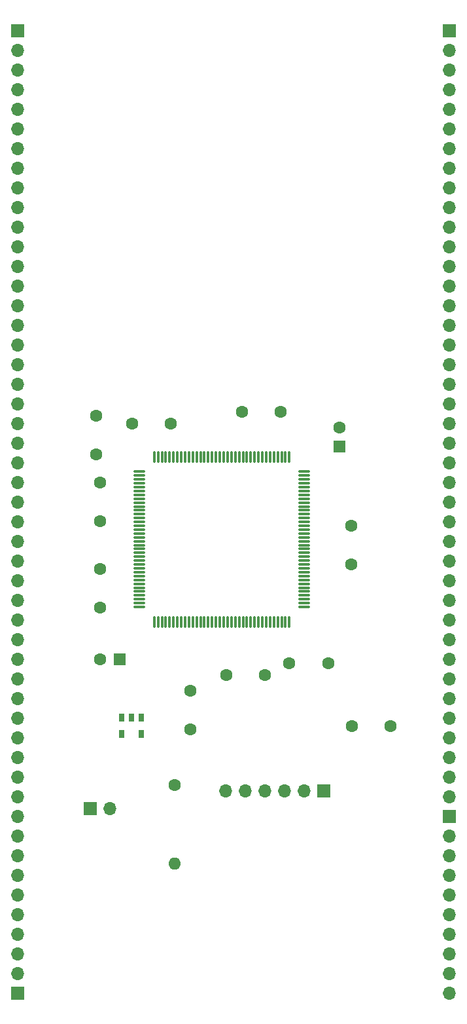
<source format=gbr>
%TF.GenerationSoftware,KiCad,Pcbnew,6.0.11-2627ca5db0~126~ubuntu22.04.1*%
%TF.CreationDate,2023-04-21T14:54:41-05:00*%
%TF.ProjectId,xc2c128_breakout,78633263-3132-4385-9f62-7265616b6f75,rev?*%
%TF.SameCoordinates,Original*%
%TF.FileFunction,Soldermask,Top*%
%TF.FilePolarity,Negative*%
%FSLAX46Y46*%
G04 Gerber Fmt 4.6, Leading zero omitted, Abs format (unit mm)*
G04 Created by KiCad (PCBNEW 6.0.11-2627ca5db0~126~ubuntu22.04.1) date 2023-04-21 14:54:41*
%MOMM*%
%LPD*%
G01*
G04 APERTURE LIST*
G04 Aperture macros list*
%AMRoundRect*
0 Rectangle with rounded corners*
0 $1 Rounding radius*
0 $2 $3 $4 $5 $6 $7 $8 $9 X,Y pos of 4 corners*
0 Add a 4 corners polygon primitive as box body*
4,1,4,$2,$3,$4,$5,$6,$7,$8,$9,$2,$3,0*
0 Add four circle primitives for the rounded corners*
1,1,$1+$1,$2,$3*
1,1,$1+$1,$4,$5*
1,1,$1+$1,$6,$7*
1,1,$1+$1,$8,$9*
0 Add four rect primitives between the rounded corners*
20,1,$1+$1,$2,$3,$4,$5,0*
20,1,$1+$1,$4,$5,$6,$7,0*
20,1,$1+$1,$6,$7,$8,$9,0*
20,1,$1+$1,$8,$9,$2,$3,0*%
G04 Aperture macros list end*
%ADD10C,1.600000*%
%ADD11RoundRect,0.075000X-0.662500X-0.075000X0.662500X-0.075000X0.662500X0.075000X-0.662500X0.075000X0*%
%ADD12RoundRect,0.075000X-0.075000X-0.662500X0.075000X-0.662500X0.075000X0.662500X-0.075000X0.662500X0*%
%ADD13R,1.700000X1.700000*%
%ADD14O,1.700000X1.700000*%
%ADD15O,1.600000X1.600000*%
%ADD16R,0.700000X1.100000*%
%ADD17R,1.600000X1.600000*%
G04 APERTURE END LIST*
D10*
%TO.C,C7*%
X67056000Y-110276000D03*
X67056000Y-115276000D03*
%TD*%
%TO.C,C8*%
X76668000Y-111252000D03*
X71668000Y-111252000D03*
%TD*%
%TO.C,C11*%
X105116000Y-150368000D03*
X100116000Y-150368000D03*
%TD*%
%TO.C,C4*%
X67564000Y-130088000D03*
X67564000Y-135088000D03*
%TD*%
%TO.C,C5*%
X100076000Y-124500000D03*
X100076000Y-129500000D03*
%TD*%
%TO.C,C2*%
X79248000Y-145836000D03*
X79248000Y-150836000D03*
%TD*%
D11*
%TO.C,U2*%
X72649500Y-117488000D03*
X72649500Y-117988000D03*
X72649500Y-118488000D03*
X72649500Y-118988000D03*
X72649500Y-119488000D03*
X72649500Y-119988000D03*
X72649500Y-120488000D03*
X72649500Y-120988000D03*
X72649500Y-121488000D03*
X72649500Y-121988000D03*
X72649500Y-122488000D03*
X72649500Y-122988000D03*
X72649500Y-123488000D03*
X72649500Y-123988000D03*
X72649500Y-124488000D03*
X72649500Y-124988000D03*
X72649500Y-125488000D03*
X72649500Y-125988000D03*
X72649500Y-126488000D03*
X72649500Y-126988000D03*
X72649500Y-127488000D03*
X72649500Y-127988000D03*
X72649500Y-128488000D03*
X72649500Y-128988000D03*
X72649500Y-129488000D03*
X72649500Y-129988000D03*
X72649500Y-130488000D03*
X72649500Y-130988000D03*
X72649500Y-131488000D03*
X72649500Y-131988000D03*
X72649500Y-132488000D03*
X72649500Y-132988000D03*
X72649500Y-133488000D03*
X72649500Y-133988000D03*
X72649500Y-134488000D03*
X72649500Y-134988000D03*
D12*
X74562000Y-136900500D03*
X75062000Y-136900500D03*
X75562000Y-136900500D03*
X76062000Y-136900500D03*
X76562000Y-136900500D03*
X77062000Y-136900500D03*
X77562000Y-136900500D03*
X78062000Y-136900500D03*
X78562000Y-136900500D03*
X79062000Y-136900500D03*
X79562000Y-136900500D03*
X80062000Y-136900500D03*
X80562000Y-136900500D03*
X81062000Y-136900500D03*
X81562000Y-136900500D03*
X82062000Y-136900500D03*
X82562000Y-136900500D03*
X83062000Y-136900500D03*
X83562000Y-136900500D03*
X84062000Y-136900500D03*
X84562000Y-136900500D03*
X85062000Y-136900500D03*
X85562000Y-136900500D03*
X86062000Y-136900500D03*
X86562000Y-136900500D03*
X87062000Y-136900500D03*
X87562000Y-136900500D03*
X88062000Y-136900500D03*
X88562000Y-136900500D03*
X89062000Y-136900500D03*
X89562000Y-136900500D03*
X90062000Y-136900500D03*
X90562000Y-136900500D03*
X91062000Y-136900500D03*
X91562000Y-136900500D03*
X92062000Y-136900500D03*
D11*
X93974500Y-134988000D03*
X93974500Y-134488000D03*
X93974500Y-133988000D03*
X93974500Y-133488000D03*
X93974500Y-132988000D03*
X93974500Y-132488000D03*
X93974500Y-131988000D03*
X93974500Y-131488000D03*
X93974500Y-130988000D03*
X93974500Y-130488000D03*
X93974500Y-129988000D03*
X93974500Y-129488000D03*
X93974500Y-128988000D03*
X93974500Y-128488000D03*
X93974500Y-127988000D03*
X93974500Y-127488000D03*
X93974500Y-126988000D03*
X93974500Y-126488000D03*
X93974500Y-125988000D03*
X93974500Y-125488000D03*
X93974500Y-124988000D03*
X93974500Y-124488000D03*
X93974500Y-123988000D03*
X93974500Y-123488000D03*
X93974500Y-122988000D03*
X93974500Y-122488000D03*
X93974500Y-121988000D03*
X93974500Y-121488000D03*
X93974500Y-120988000D03*
X93974500Y-120488000D03*
X93974500Y-119988000D03*
X93974500Y-119488000D03*
X93974500Y-118988000D03*
X93974500Y-118488000D03*
X93974500Y-117988000D03*
X93974500Y-117488000D03*
D12*
X92062000Y-115575500D03*
X91562000Y-115575500D03*
X91062000Y-115575500D03*
X90562000Y-115575500D03*
X90062000Y-115575500D03*
X89562000Y-115575500D03*
X89062000Y-115575500D03*
X88562000Y-115575500D03*
X88062000Y-115575500D03*
X87562000Y-115575500D03*
X87062000Y-115575500D03*
X86562000Y-115575500D03*
X86062000Y-115575500D03*
X85562000Y-115575500D03*
X85062000Y-115575500D03*
X84562000Y-115575500D03*
X84062000Y-115575500D03*
X83562000Y-115575500D03*
X83062000Y-115575500D03*
X82562000Y-115575500D03*
X82062000Y-115575500D03*
X81562000Y-115575500D03*
X81062000Y-115575500D03*
X80562000Y-115575500D03*
X80062000Y-115575500D03*
X79562000Y-115575500D03*
X79062000Y-115575500D03*
X78562000Y-115575500D03*
X78062000Y-115575500D03*
X77562000Y-115575500D03*
X77062000Y-115575500D03*
X76562000Y-115575500D03*
X76062000Y-115575500D03*
X75562000Y-115575500D03*
X75062000Y-115575500D03*
X74562000Y-115575500D03*
%TD*%
D13*
%TO.C,J3*%
X96520000Y-158750000D03*
D14*
X93980000Y-158750000D03*
X91440000Y-158750000D03*
X88900000Y-158750000D03*
X86360000Y-158750000D03*
X83820000Y-158750000D03*
%TD*%
D10*
%TO.C,R1*%
X77216000Y-157988000D03*
D15*
X77216000Y-168148000D03*
%TD*%
D14*
%TO.C,J6*%
X56896000Y-85852000D03*
X56896000Y-88392000D03*
X56896000Y-90932000D03*
X56896000Y-93472000D03*
X56896000Y-96012000D03*
X56896000Y-98552000D03*
X56896000Y-101092000D03*
X56896000Y-103632000D03*
X56896000Y-106172000D03*
X56896000Y-108712000D03*
X56896000Y-111252000D03*
X56896000Y-113792000D03*
X56896000Y-116332000D03*
X56896000Y-118872000D03*
X56896000Y-121412000D03*
X56896000Y-123952000D03*
X56896000Y-126492000D03*
X56896000Y-129032000D03*
X56896000Y-131572000D03*
X56896000Y-134112000D03*
X56896000Y-136652000D03*
X56896000Y-139192000D03*
X56896000Y-141732000D03*
X56896000Y-144272000D03*
X56896000Y-146812000D03*
X56896000Y-149352000D03*
X56896000Y-151892000D03*
X56896000Y-154432000D03*
X56896000Y-156972000D03*
X56896000Y-159512000D03*
X56896000Y-162052000D03*
X56896000Y-164592000D03*
X56896000Y-167132000D03*
X56896000Y-169672000D03*
X56896000Y-172212000D03*
X56896000Y-174752000D03*
X56896000Y-177292000D03*
X56896000Y-179832000D03*
X56896000Y-182372000D03*
D13*
X56896000Y-184912000D03*
%TD*%
D10*
%TO.C,C6*%
X97068000Y-142240000D03*
X92068000Y-142240000D03*
%TD*%
D13*
%TO.C,J4*%
X66289000Y-161036000D03*
D14*
X68829000Y-161036000D03*
%TD*%
D13*
%TO.C,J2*%
X112776000Y-60457000D03*
D14*
X112776000Y-62997000D03*
X112776000Y-65537000D03*
X112776000Y-68077000D03*
X112776000Y-70617000D03*
X112776000Y-73157000D03*
X112776000Y-75697000D03*
X112776000Y-78237000D03*
X112776000Y-80777000D03*
X112776000Y-83317000D03*
X112776000Y-85857000D03*
X112776000Y-88397000D03*
X112776000Y-90937000D03*
X112776000Y-93477000D03*
X112776000Y-96017000D03*
X112776000Y-98557000D03*
X112776000Y-101097000D03*
X112776000Y-103637000D03*
X112776000Y-106177000D03*
X112776000Y-108717000D03*
X112776000Y-111257000D03*
X112776000Y-113797000D03*
X112776000Y-116337000D03*
X112776000Y-118877000D03*
X112776000Y-121417000D03*
X112776000Y-123957000D03*
X112776000Y-126497000D03*
X112776000Y-129037000D03*
X112776000Y-131577000D03*
X112776000Y-134117000D03*
X112776000Y-136657000D03*
X112776000Y-139197000D03*
X112776000Y-141737000D03*
X112776000Y-144277000D03*
X112776000Y-146817000D03*
X112776000Y-149357000D03*
X112776000Y-151897000D03*
X112776000Y-154437000D03*
X112776000Y-156977000D03*
X112776000Y-159517000D03*
%TD*%
D10*
%TO.C,C9*%
X67564000Y-123912000D03*
X67564000Y-118912000D03*
%TD*%
D16*
%TO.C,U1*%
X72928000Y-149318000D03*
X71628000Y-149318000D03*
X70328000Y-149318000D03*
X70328000Y-151418000D03*
X72898000Y-151418000D03*
%TD*%
D17*
%TO.C,C3*%
X70064000Y-141732000D03*
D10*
X67564000Y-141732000D03*
%TD*%
D17*
%TO.C,C12*%
X98552000Y-114260000D03*
D10*
X98552000Y-111760000D03*
%TD*%
D14*
%TO.C,J1*%
X112776000Y-184912000D03*
X112776000Y-182372000D03*
X112776000Y-179832000D03*
X112776000Y-177292000D03*
X112776000Y-174752000D03*
X112776000Y-172212000D03*
X112776000Y-169672000D03*
X112776000Y-167132000D03*
X112776000Y-164592000D03*
D13*
X112776000Y-162052000D03*
%TD*%
D10*
%TO.C,C1*%
X88860000Y-143764000D03*
X83860000Y-143764000D03*
%TD*%
D14*
%TO.C,J5*%
X56896000Y-83317000D03*
X56896000Y-80777000D03*
X56896000Y-78237000D03*
X56896000Y-75697000D03*
X56896000Y-73157000D03*
X56896000Y-70617000D03*
X56896000Y-68077000D03*
X56896000Y-65537000D03*
X56896000Y-62997000D03*
D13*
X56896000Y-60457000D03*
%TD*%
D10*
%TO.C,C10*%
X85892000Y-109728000D03*
X90892000Y-109728000D03*
%TD*%
M02*

</source>
